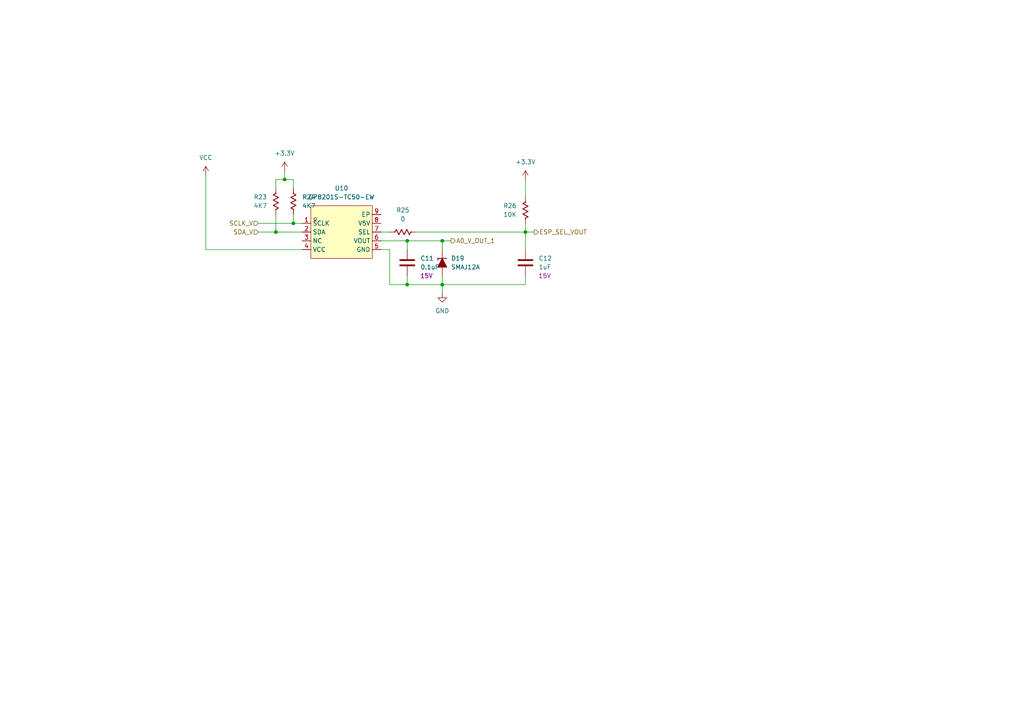
<source format=kicad_sch>
(kicad_sch (version 20250114) (generator "eeschema") (generator_version "9.0")
  (paper "A4")
  (lib_symbols
    (symbol "EasyEDA:+3.3V" (power) (pin_numbers (hide yes)) (pin_names (offset 0) (hide yes))
      (property "Value" "+3.3V" (at 0 3.556 0))
      (symbol "+3.3V_0_1"
        (polyline (pts (xy -0.762 1.27) (xy 0 2.54)))
        (polyline (pts (xy 0 2.54) (xy 0.762 1.27)))
        (polyline (pts (xy 0 0) (xy 0 2.54)))
      )
      (symbol "+3.3V_1_1"
        (pin power_in line (at 0 0 90) (length 0) (name "~") (number "1"))
      )
    )
    (symbol "EasyEDA:C_0603" (pin_numbers (hide yes)) (pin_names (offset 0.254))
      (property "Reference" "C" (at 0.635 2.54 0))
      (property "Value" "C_0603" (at 0.635 -2.54 0))
      (symbol "C_0603_0_1"
        (polyline (pts (xy -2.032 0.762) (xy 2.032 0.762)) (stroke (width 0.508)))
        (polyline (pts (xy -2.032 -0.762) (xy 2.032 -0.762)) (stroke (width 0.508)))
      )
      (symbol "C_0603_0_2"
        (polyline (pts (xy -2.54 -2.54) (xy -0.381 -0.381)))
        (polyline (pts (xy -0.508 -0.508) (xy -1.651 0.635)) (stroke (width 0.508)))
        (polyline (pts (xy -0.508 -0.508) (xy 0.635 -1.651)) (stroke (width 0.508)))
        (polyline (pts (xy 0.381 0.381) (xy 2.54 2.54)))
        (polyline (pts (xy 0.508 0.508) (xy -0.635 1.651)) (stroke (width 0.508)))
        (polyline (pts (xy 0.508 0.508) (xy 1.651 -0.635)) (stroke (width 0.508)))
      )
      (symbol "C_0603_1_1"
        (pin passive line (at 0 3.81 270) (length 2.794) (name "~") (number "1"))
        (pin passive line (at 0 -3.81 90) (length 2.794) (name "~") (number "2"))
      )
      (symbol "C_0603_1_2"
        (pin passive line (at -2.54 -2.54 90) (length 0) (name "~") (number "2"))
        (pin passive line (at 2.54 2.54 270) (length 0) (name "~") (number "1"))
      )
    )
    (symbol "EasyEDA:GND" (power) (pin_numbers (hide yes)) (pin_names (offset 0) (hide yes))
      (property "Value" "GND" (at 0 -3.81 0))
      (symbol "GND_0_1"
        (polyline (pts (xy 0 0) (xy 0 -1.27) (xy 1.27 -1.27) (xy 0 -2.54) (xy -1.27 -1.27) (xy 0 -1.27)))
      )
      (symbol "GND_1_1"
        (pin power_in line (at 0 0 270) (length 0) (name "~") (number "1"))
      )
    )
    (symbol "EasyEDA:GP8201S-TC50-EW"
      (property "Reference" "U" (at 0 10.16 0))
      (property "Value" "GP8201S-TC50-EW" (at 0 -10.16 0))
      (symbol "GP8201S-TC50-EW_0_1"
        (rectangle (start -8.89 7.62) (end 8.89 -7.62) (fill (type background)))
        (circle (center -7.62 3.81) (radius 0.38))
        (pin unspecified line (at -11.43 2.54 0) (length 2.54) (name "SCLK") (number "1"))
        (pin unspecified line (at -11.43 0 0) (length 2.54) (name "SDA") (number "2"))
        (pin unspecified line (at -11.43 -2.54 0) (length 2.54) (name "NC") (number "3"))
        (pin unspecified line (at -11.43 -5.08 0) (length 2.54) (name "VCC") (number "4"))
        (pin unspecified line (at 11.43 5.08 180) (length 2.54) (name "EP") (number "9"))
        (pin unspecified line (at 11.43 2.54 180) (length 2.54) (name "V5V") (number "8"))
        (pin unspecified line (at 11.43 0 180) (length 2.54) (name "SEL") (number "7"))
        (pin unspecified line (at 11.43 -2.54 180) (length 2.54) (name "VOUT") (number "6"))
        (pin unspecified line (at 11.43 -5.08 180) (length 2.54) (name "GND") (number "5"))
      )
    )
    (symbol "EasyEDA:R_0603" (pin_numbers (hide yes)) (pin_names (offset 0))
      (property "Reference" "R" (at 2.54 1.27 0))
      (property "Value" "R_0603" (at 2.54 -1.27 0))
      (symbol "R_0603_0_1"
        (polyline (pts (xy 0 2.286) (xy 0 2.54)) (stroke (width 0.254)))
        (polyline (pts (xy 0 2.286) (xy 0.762 1.905) (xy -0.762 1.143) (xy 0 0.762) (xy 0.762 0.381) (xy 0 0) (xy -0.762 -0.381) (xy 0 -0.762) (xy 0.762 -1.143) (xy 0 -1.524) (xy -0.762 -1.905) (xy 0 -2.286)) (stroke (width 0.254)))
        (polyline (pts (xy 0 -2.286) (xy 0 -2.54)) (stroke (width 0.254)))
      )
      (symbol "R_0603_0_2"
        (polyline (pts (xy -2.54 -2.54) (xy -1.778 -1.778)))
        (polyline (pts (xy -1.778 -1.778) (xy -1.524 -1.524)) (stroke (width 0.254)))
        (polyline (pts (xy -1.524 -1.524) (xy -1.778 -0.762) (xy -1.016 -1.016)) (stroke (width 0.254)))
        (polyline (pts (xy -0.508 -0.508) (xy -0.762 0.254) (xy 0 0)) (stroke (width 0.254)))
        (polyline (pts (xy -0.508 -0.508) (xy -0.254 -1.27) (xy -1.016 -1.016)) (stroke (width 0.254)))
        (polyline (pts (xy 0.508 0.508) (xy 0.254 1.27) (xy 1.016 1.016)) (stroke (width 0.254)))
        (polyline (pts (xy 0.508 0.508) (xy 0.762 -0.254) (xy 0 0)) (stroke (width 0.254)))
        (polyline (pts (xy 1.524 1.524) (xy 1.778 0.762) (xy 1.016 1.016)) (stroke (width 0.254)))
        (polyline (pts (xy 1.778 1.778) (xy 1.524 1.524)) (stroke (width 0.254)))
        (polyline (pts (xy 1.778 1.778) (xy 2.54 2.54)))
      )
      (symbol "R_0603_1_1"
        (pin passive line (at 0 3.81 270) (length 1.27) (name "~") (number "1"))
        (pin passive line (at 0 -3.81 90) (length 1.27) (name "~") (number "2"))
      )
      (symbol "R_0603_1_2"
        (pin passive line (at -2.54 -2.54 0) (length 0) (name "") (number "2"))
        (pin passive line (at 2.54 2.54 180) (length 0) (name "") (number "1"))
      )
    )
    (symbol "EasyEDA:SMAJ12A" (pin_numbers (hide yes)) (pin_names (offset 1.016) (hide yes))
      (property "Reference" "D" (at 0 5.08 0))
      (property "Value" "SMAJ12A" (at 0 2.54 0))
      (symbol "SMAJ12A_0_1"
        (polyline (pts (xy -1.27 1.27) (xy -1.27 -1.27) (xy 1.27 0) (xy -1.27 1.27)) (stroke (width 0.254)) (fill (type outline)))
        (polyline (pts (xy -1.27 0) (xy 1.27 0)))
        (polyline (pts (xy 1.27 1.27) (xy 0.762 1.27)) (stroke (width 0.254)))
        (polyline (pts (xy 1.27 -1.27) (xy 1.27 1.27)) (stroke (width 0.254)))
      )
      (symbol "SMAJ12A_0_2"
        (polyline (pts (xy -2.54 -2.54) (xy 2.54 2.54)))
        (polyline (pts (xy -0.889 -0.889) (xy -1.778 0) (xy 0.889 0.889) (xy 0 -1.778) (xy -0.889 -0.889)) (stroke (width 0.254)) (fill (type outline)))
        (polyline (pts (xy 0 1.778) (xy -0.381 1.397)) (stroke (width 0.254)))
        (polyline (pts (xy 0 1.778) (xy 1.778 0)) (stroke (width 0.254)))
      )
      (symbol "SMAJ12A_1_1"
        (pin passive line (at -3.81 0 0) (length 2.54) (name "A") (number "2"))
        (pin passive line (at 3.81 0 180) (length 2.54) (name "K") (number "1"))
      )
      (symbol "SMAJ12A_1_2"
        (pin passive line (at -2.54 -2.54 0) (length 0) (name "A") (number "2"))
        (pin passive line (at 2.54 2.54 180) (length 0) (name "K") (number "1"))
      )
    )
    (symbol "EasyEDA:VCC" (power) (pin_numbers (hide yes)) (pin_names (offset 0) (hide yes))
      (property "Value" "VCC" (at 0 3.556 0))
      (symbol "VCC_0_1"
        (polyline (pts (xy -0.762 1.27) (xy 0 2.54)))
        (polyline (pts (xy 0 2.54) (xy 0.762 1.27)))
        (polyline (pts (xy 0 0) (xy 0 2.54)))
      )
      (symbol "VCC_1_1"
        (pin power_in line (at 0 0 90) (length 0) (name "~") (number "1"))
      )
    )
  )
  (junction (at 128.27 82.55))
  (junction (at 82.55 52.07))
  (junction (at 118.11 69.85))
  (junction (at 80.01 67.31))
  (junction (at 152.4 67.31))
  (junction (at 118.11 82.55))
  (junction (at 85.09 64.77))
  (junction (at 128.27 69.85))
  (wire (pts (xy 80.01 62.23) (xy 80.01 67.31)))
  (wire (pts (xy 118.11 69.85) (xy 118.11 72.39)))
  (wire (pts (xy 128.27 69.85) (xy 130.81 69.85)))
  (wire (pts (xy 128.27 80.01) (xy 128.27 82.55)))
  (wire (pts (xy 85.09 64.77) (xy 87.63 64.77)))
  (wire (pts (xy 128.27 82.55) (xy 152.4 82.55)))
  (wire (pts (xy 113.03 72.39) (xy 110.49 72.39)))
  (wire (pts (xy 152.4 67.31) (xy 152.4 72.39)))
  (wire (pts (xy 80.01 52.07) (xy 80.01 54.61)))
  (wire (pts (xy 82.55 49.53) (xy 82.55 52.07)))
  (wire (pts (xy 110.49 69.85) (xy 118.11 69.85)))
  (wire (pts (xy 118.11 80.01) (xy 118.11 82.55)))
  (wire (pts (xy 85.09 62.23) (xy 85.09 64.77)))
  (wire (pts (xy 128.27 72.39) (xy 128.27 69.85)))
  (wire (pts (xy 120.65 67.31) (xy 152.4 67.31)))
  (wire (pts (xy 152.4 80.01) (xy 152.4 82.55)))
  (wire (pts (xy 113.03 72.39) (xy 113.03 82.55)))
  (wire (pts (xy 85.09 52.07) (xy 85.09 54.61)))
  (wire (pts (xy 110.49 67.31) (xy 113.03 67.31)))
  (wire (pts (xy 128.27 82.55) (xy 118.11 82.55)))
  (wire (pts (xy 128.27 82.55) (xy 128.27 85.09)))
  (wire (pts (xy 128.27 69.85) (xy 118.11 69.85)))
  (wire (pts (xy 152.4 64.77) (xy 152.4 67.31)))
  (wire (pts (xy 59.69 72.39) (xy 87.63 72.39)))
  (wire (pts (xy 80.01 67.31) (xy 87.63 67.31)))
  (wire (pts (xy 118.11 82.55) (xy 113.03 82.55)))
  (wire (pts (xy 82.55 52.07) (xy 85.09 52.07)))
  (wire (pts (xy 74.93 67.31) (xy 80.01 67.31)))
  (wire (pts (xy 152.4 67.31) (xy 154.94 67.31)))
  (wire (pts (xy 59.69 50.8) (xy 59.69 72.39)))
  (wire (pts (xy 80.01 52.07) (xy 82.55 52.07)))
  (wire (pts (xy 74.93 64.77) (xy 85.09 64.77)))
  (wire (pts (xy 152.4 52.07) (xy 152.4 57.15)))
  (hierarchical_label "A0_V_OUT_1" (shape output) (at 130.81 69.85 0))
  (hierarchical_label "ESP_SEL_VOUT" (shape output) (at 154.94 67.31 0))
  (hierarchical_label "SCLK_V" (shape input) (at 74.93 64.77 180))
  (hierarchical_label "SDA_V" (shape input) (at 74.93 67.31 180))
  (symbol (lib_id "EasyEDA:GP8201S-TC50-EW") (at 99.06 67.31 0) (unit 1)
    (property "Reference" "U10" (at 99.06 54.61 0))
    (property "Value" "GP8201S-TC50-EW" (at 99.06 57.15 0))
    (property "Footprint" "EasyEDA:ESOP-8_L4.9-W3.9-P1.27-LS6.0-BL-EP" (effects (hide yes)))
    (property "LCSC Part" "C5240058" (effects (hide yes)))
  )
  (symbol (lib_id "EasyEDA:R_0603") (at 80.01 58.42 0) (mirror y) (unit 1)
    (property "Reference" "R23" (at 77.47 57.1499 0) (effects (justify left)))
    (property "Value" "4K7" (at 77.47 59.6899 0) (effects (justify left)))
    (property "Footprint" "PCM_Resistor_SMD_AKL:R_0603_1608Metric" (effects (hide yes)))
    (property "Description" "SMD 0603 Chip Resistor, US Symbol, Alternate KiCad Library" (effects (hide yes)))
  )
  (symbol (lib_id "EasyEDA:GND") (at 128.27 85.09 0) (unit 1)
    (property "Reference" "#PWR043" (effects (hide yes)))
    (property "Value" "GND" (at 128.27 90.17 0))
    (property "Description" "Power symbol creates a global label with name \"GND\" , ground" (effects (hide yes)))
  )
  (symbol (lib_id "EasyEDA:+3.3V") (at 82.55 49.53 0) (unit 1)
    (property "Reference" "#PWR042" (effects (hide yes)))
    (property "Value" "+3.3V" (at 82.55 44.45 0))
    (property "Description" "Power symbol creates a global label with name \"+3.3V\"" (effects (hide yes)))
  )
  (symbol (lib_id "EasyEDA:VCC") (at 59.69 50.8 0) (unit 1)
    (property "Reference" "#PWR041" (effects (hide yes)))
    (property "Value" "VCC" (at 59.69 45.72 0))
    (property "Description" "Power symbol creates a global label with name \"VCC\"" (effects (hide yes)))
  )
  (symbol (lib_id "EasyEDA:R_0603") (at 152.4 60.96 0) (mirror y) (unit 1)
    (property "Reference" "R26" (at 149.86 59.6899 0) (effects (justify left)))
    (property "Value" "10K" (at 149.86 62.2299 0) (effects (justify left)))
    (property "Footprint" "PCM_Resistor_SMD_AKL:R_0603_1608Metric" (effects (hide yes)))
    (property "Description" "SMD 0603 Chip Resistor, US Symbol, Alternate KiCad Library" (effects (hide yes)))
  )
  (symbol (lib_id "EasyEDA:C_0603") (at 152.4 76.2 0) (unit 1)
    (property "Reference" "C12" (at 156.21 74.9299 0) (effects (justify left)))
    (property "Value" "1uF" (at 156.21 77.4699 0) (effects (justify left)))
    (property "Footprint" "PCM_Capacitor_SMD_AKL:C_0603_1608Metric" (effects (hide yes)))
    (property "Description" "SMD 0603 MLCC capacitor, Alternate KiCad Library" (effects (hide yes)))
    (property "Vol" "15V" (at 157.988 80.01 0))
  )
  (symbol (lib_id "EasyEDA:SMAJ12A") (at 128.27 76.2 90) (unit 1)
    (property "Reference" "D19" (at 130.81 74.9299 90) (effects (justify right)))
    (property "Value" "SMAJ12A" (at 130.81 77.4699 90) (effects (justify right)))
    (property "Footprint" "PCM_Diode_SMD_AKL:D_SMA" (effects (hide yes)))
    (property "Datasheet" "https://www.tme.eu/Document/dbc72d81c249fe51b6ab42300e8e06d0/SMAJ_ser.pdf" (effects (hide yes)))
    (property "Description" "SMA Unidirectional TVS diode, 12V, 400W, Alternate KiCAD Library" (effects (hide yes)))
  )
  (symbol (lib_id "EasyEDA:C_0603") (at 118.11 76.2 0) (unit 1)
    (property "Reference" "C11" (at 121.92 74.9299 0) (effects (justify left)))
    (property "Value" "0.1uF" (at 121.92 77.4699 0) (effects (justify left)))
    (property "Footprint" "PCM_Capacitor_SMD_AKL:C_0603_1608Metric" (effects (hide yes)))
    (property "Description" "SMD 0603 MLCC capacitor, Alternate KiCad Library" (effects (hide yes)))
    (property "Vol" "15V" (at 123.698 80.01 0))
  )
  (symbol (lib_id "EasyEDA:R_0603") (at 85.09 58.42 0) (unit 1)
    (property "Reference" "R24" (at 87.63 57.1499 0) (effects (justify left)))
    (property "Value" "4K7" (at 87.63 59.6899 0) (effects (justify left)))
    (property "Footprint" "PCM_Resistor_SMD_AKL:R_0603_1608Metric" (effects (hide yes)))
    (property "Description" "SMD 0603 Chip Resistor, US Symbol, Alternate KiCad Library" (effects (hide yes)))
  )
  (symbol (lib_id "EasyEDA:+3.3V") (at 152.4 52.07 0) (unit 1)
    (property "Reference" "#PWR044" (effects (hide yes)))
    (property "Value" "+3.3V" (at 152.4 46.99 0))
    (property "Description" "Power symbol creates a global label with name \"+3.3V\"" (effects (hide yes)))
  )
  (symbol (lib_id "EasyEDA:R_0603") (at 116.84 67.31 90) (unit 1)
    (property "Reference" "R25" (at 116.84 60.96 90))
    (property "Value" "0" (at 116.84 63.5 90))
    (property "Footprint" "PCM_Resistor_SMD_AKL:R_0603_1608Metric" (effects (hide yes)))
    (property "Description" "SMD 0603 Chip Resistor, US Symbol, Alternate KiCad Library" (effects (hide yes)))
  )
)
</source>
